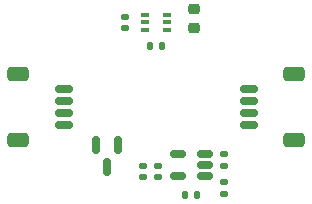
<source format=gtp>
%TF.GenerationSoftware,KiCad,Pcbnew,7.0.8-7.0.8~ubuntu22.04.1*%
%TF.CreationDate,2023-11-26T12:41:47-08:00*%
%TF.ProjectId,radial_24mA,72616469-616c-45f3-9234-6d412e6b6963,rev?*%
%TF.SameCoordinates,Original*%
%TF.FileFunction,Paste,Top*%
%TF.FilePolarity,Positive*%
%FSLAX46Y46*%
G04 Gerber Fmt 4.6, Leading zero omitted, Abs format (unit mm)*
G04 Created by KiCad (PCBNEW 7.0.8-7.0.8~ubuntu22.04.1) date 2023-11-26 12:41:47*
%MOMM*%
%LPD*%
G01*
G04 APERTURE LIST*
G04 Aperture macros list*
%AMRoundRect*
0 Rectangle with rounded corners*
0 $1 Rounding radius*
0 $2 $3 $4 $5 $6 $7 $8 $9 X,Y pos of 4 corners*
0 Add a 4 corners polygon primitive as box body*
4,1,4,$2,$3,$4,$5,$6,$7,$8,$9,$2,$3,0*
0 Add four circle primitives for the rounded corners*
1,1,$1+$1,$2,$3*
1,1,$1+$1,$4,$5*
1,1,$1+$1,$6,$7*
1,1,$1+$1,$8,$9*
0 Add four rect primitives between the rounded corners*
20,1,$1+$1,$2,$3,$4,$5,0*
20,1,$1+$1,$4,$5,$6,$7,0*
20,1,$1+$1,$6,$7,$8,$9,0*
20,1,$1+$1,$8,$9,$2,$3,0*%
G04 Aperture macros list end*
%ADD10RoundRect,0.150000X-0.625000X0.150000X-0.625000X-0.150000X0.625000X-0.150000X0.625000X0.150000X0*%
%ADD11RoundRect,0.250000X-0.650000X0.350000X-0.650000X-0.350000X0.650000X-0.350000X0.650000X0.350000X0*%
%ADD12RoundRect,0.150000X0.625000X-0.150000X0.625000X0.150000X-0.625000X0.150000X-0.625000X-0.150000X0*%
%ADD13RoundRect,0.250000X0.650000X-0.350000X0.650000X0.350000X-0.650000X0.350000X-0.650000X-0.350000X0*%
%ADD14RoundRect,0.135000X-0.185000X0.135000X-0.185000X-0.135000X0.185000X-0.135000X0.185000X0.135000X0*%
%ADD15RoundRect,0.150000X0.512500X0.150000X-0.512500X0.150000X-0.512500X-0.150000X0.512500X-0.150000X0*%
%ADD16RoundRect,0.140000X0.170000X-0.140000X0.170000X0.140000X-0.170000X0.140000X-0.170000X-0.140000X0*%
%ADD17RoundRect,0.135000X0.185000X-0.135000X0.185000X0.135000X-0.185000X0.135000X-0.185000X-0.135000X0*%
%ADD18RoundRect,0.218750X-0.256250X0.218750X-0.256250X-0.218750X0.256250X-0.218750X0.256250X0.218750X0*%
%ADD19RoundRect,0.135000X-0.135000X-0.185000X0.135000X-0.185000X0.135000X0.185000X-0.135000X0.185000X0*%
%ADD20R,0.650000X0.400000*%
%ADD21RoundRect,0.150000X-0.150000X0.587500X-0.150000X-0.587500X0.150000X-0.587500X0.150000X0.587500X0*%
%ADD22RoundRect,0.140000X-0.140000X-0.170000X0.140000X-0.170000X0.140000X0.170000X-0.140000X0.170000X0*%
G04 APERTURE END LIST*
D10*
%TO.C,J1*%
X54880000Y-58500000D03*
X54880000Y-59500000D03*
X54880000Y-60500000D03*
X54880000Y-61500000D03*
D11*
X51005000Y-57200000D03*
X51005000Y-62800000D03*
%TD*%
D12*
%TO.C,J2*%
X70520000Y-61500000D03*
X70520000Y-60500000D03*
X70520000Y-59500000D03*
X70520000Y-58500000D03*
D13*
X74395000Y-62800000D03*
X74395000Y-57200000D03*
%TD*%
D14*
%TO.C,R1*%
X68427600Y-63982600D03*
X68427600Y-65002600D03*
%TD*%
D15*
%TO.C,U2*%
X66795200Y-65881000D03*
X66795200Y-64931000D03*
X66795200Y-63981000D03*
X64520200Y-63981000D03*
X64520200Y-65881000D03*
%TD*%
D16*
%TO.C,C3*%
X62845200Y-65936000D03*
X62845200Y-64976000D03*
%TD*%
D17*
%TO.C,R3*%
X68427600Y-67360800D03*
X68427600Y-66340800D03*
%TD*%
D18*
%TO.C,L1*%
X65862200Y-51739700D03*
X65862200Y-53314700D03*
%TD*%
D19*
%TO.C,R2*%
X65150200Y-67481000D03*
X66170200Y-67481000D03*
%TD*%
D16*
%TO.C,C1*%
X60071000Y-53312000D03*
X60071000Y-52352000D03*
%TD*%
D20*
%TO.C,U1*%
X61727000Y-52197000D03*
X61727000Y-52847000D03*
X61727000Y-53497000D03*
X63627000Y-53497000D03*
X63627000Y-52847000D03*
X63627000Y-52197000D03*
%TD*%
D16*
%TO.C,C4*%
X61620200Y-65941000D03*
X61620200Y-64981000D03*
%TD*%
D21*
%TO.C,Q1*%
X59500000Y-63225000D03*
X57600000Y-63225000D03*
X58550000Y-65100000D03*
%TD*%
D22*
%TO.C,C2*%
X62209800Y-54864000D03*
X63169800Y-54864000D03*
%TD*%
M02*

</source>
